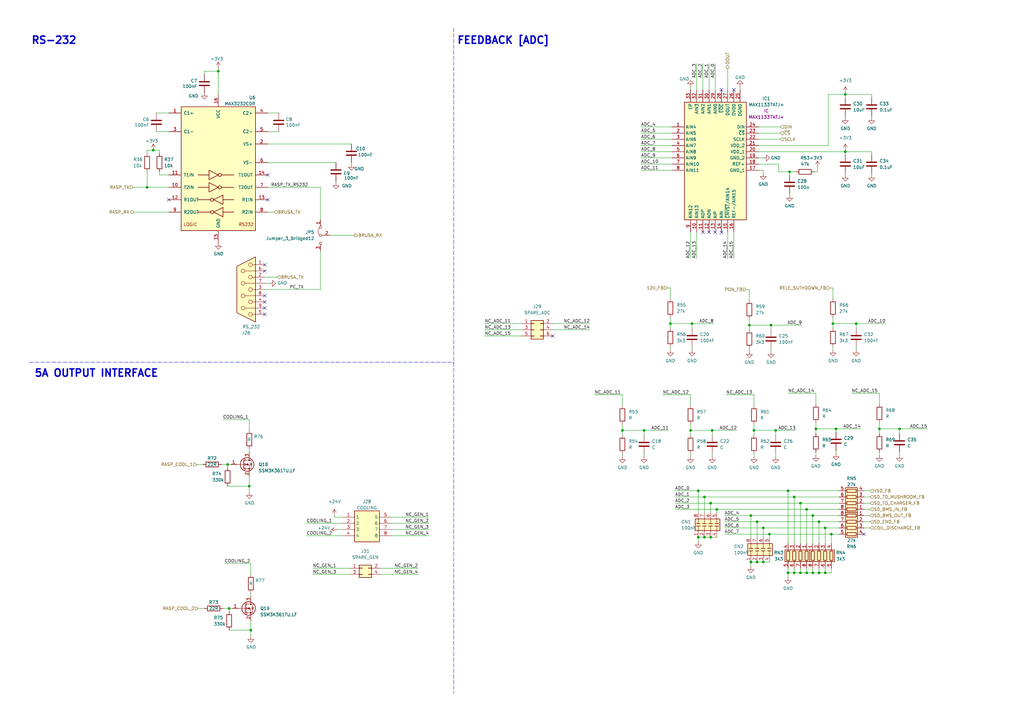
<source format=kicad_sch>
(kicad_sch (version 20211123) (generator eeschema)
  (paper "A3")
  (junction (at 335.915 234.95))
  (junction (at 62.865 61.595))
  (junction (at 274.955 132.715))
  (junction (at 307.34 133.35))
  (junction (at 264.16 176.53))
  (junction (at 346.71 38.735))
  (junction (at 340.995 219.075))
  (junction (at 333.375 211.455))
  (junction (at 315.595 219.075))
  (junction (at 102.235 199.39))
  (junction (at 328.295 234.95))
  (junction (at 328.295 206.375))
  (junction (at 333.375 234.95))
  (junction (at 288.925 203.835))
  (junction (at 323.85 70.485))
  (junction (at 325.755 234.95))
  (junction (at 292.1 176.53))
  (junction (at 334.645 175.895))
  (junction (at 313.055 216.535))
  (junction (at 368.935 175.895))
  (junction (at 323.215 234.95))
  (junction (at 93.98 249.555))
  (junction (at 291.465 206.375))
  (junction (at 283.21 176.53))
  (junction (at 310.515 230.505))
  (junction (at 335.915 213.995))
  (junction (at 330.835 208.915))
  (junction (at 360.68 175.895))
  (junction (at 89.535 29.21))
  (junction (at 346.71 62.23))
  (junction (at 307.975 230.505))
  (junction (at 313.055 230.505))
  (junction (at 307.975 211.455))
  (junction (at 283.845 132.715))
  (junction (at 294.005 208.915))
  (junction (at 318.135 176.53))
  (junction (at 102.87 258.445))
  (junction (at 288.925 220.345))
  (junction (at 338.455 216.535))
  (junction (at 325.755 203.835))
  (junction (at 330.835 234.95))
  (junction (at 316.23 133.35))
  (junction (at 310.515 213.995))
  (junction (at 323.215 201.295))
  (junction (at 338.455 234.95))
  (junction (at 60.325 76.835))
  (junction (at 342.9 175.895))
  (junction (at 286.385 220.345))
  (junction (at 286.385 201.295))
  (junction (at 291.465 220.345))
  (junction (at 93.345 190.5))
  (junction (at 309.245 176.53))
  (junction (at 351.155 132.715))
  (junction (at 255.27 176.53))
  (junction (at 341.63 132.715))
  (no_connect (at 295.91 36.83))
  (no_connect (at 108.585 121.285))
  (no_connect (at 300.99 36.83))
  (no_connect (at 290.83 95.25))
  (no_connect (at 226.695 137.795))
  (no_connect (at 108.585 108.585))
  (no_connect (at 69.215 81.915))
  (no_connect (at 293.37 95.25))
  (no_connect (at 354.33 219.075))
  (no_connect (at 288.29 95.25))
  (no_connect (at 295.91 95.25))
  (no_connect (at 108.585 128.905))
  (no_connect (at 109.855 71.755))
  (no_connect (at 109.855 81.915))
  (no_connect (at 108.585 126.365))
  (no_connect (at 108.585 123.825))
  (no_connect (at 108.585 111.125))
  (wire (pts (xy 286.385 220.345) (xy 286.385 222.25)))
  (polyline (pts (xy 12.065 148.59) (xy 186.055 148.59)))
  (wire (pts (xy 91.44 249.555) (xy 93.98 249.555)))
  (wire (pts (xy 334.645 175.895) (xy 342.9 175.895)))
  (wire (pts (xy 357.505 40.005) (xy 357.505 38.735)))
  (wire (pts (xy 328.295 206.375) (xy 328.295 222.885)))
  (wire (pts (xy 283.21 176.53) (xy 292.1 176.53)))
  (wire (pts (xy 341.63 132.715) (xy 341.63 134.62)))
  (wire (pts (xy 292.1 176.53) (xy 302.26 176.53)))
  (wire (pts (xy 310.515 213.995) (xy 335.915 213.995)))
  (wire (pts (xy 90.805 190.5) (xy 93.345 190.5)))
  (wire (pts (xy 357.505 63.5) (xy 357.505 62.23)))
  (wire (pts (xy 338.455 233.045) (xy 338.455 234.95)))
  (wire (pts (xy 291.465 206.375) (xy 291.465 210.185)))
  (wire (pts (xy 283.845 142.24) (xy 283.845 143.51)))
  (wire (pts (xy 368.935 175.895) (xy 380.365 175.895)))
  (wire (pts (xy 255.27 186.055) (xy 255.27 187.325)))
  (wire (pts (xy 300.99 95.25) (xy 300.99 106.045)))
  (wire (pts (xy 243.84 161.925) (xy 255.27 161.925)))
  (wire (pts (xy 360.68 175.895) (xy 368.935 175.895)))
  (wire (pts (xy 109.855 59.055) (xy 144.145 59.055)))
  (wire (pts (xy 309.245 176.53) (xy 309.245 178.435)))
  (wire (pts (xy 335.915 213.995) (xy 335.915 222.885)))
  (wire (pts (xy 288.29 26.035) (xy 288.29 36.83)))
  (wire (pts (xy 316.23 135.255) (xy 316.23 133.35)))
  (wire (pts (xy 323.85 70.485) (xy 319.405 70.485)))
  (wire (pts (xy 357.505 38.735) (xy 346.71 38.735)))
  (wire (pts (xy 83.82 30.48) (xy 83.82 29.21)))
  (wire (pts (xy 334.645 185.42) (xy 334.645 186.69)))
  (wire (pts (xy 283.21 95.25) (xy 283.21 106.045)))
  (wire (pts (xy 346.71 62.23) (xy 357.505 62.23)))
  (wire (pts (xy 340.995 219.075) (xy 344.17 219.075)))
  (wire (pts (xy 102.235 199.39) (xy 102.235 201.93)))
  (wire (pts (xy 286.385 201.295) (xy 323.215 201.295)))
  (wire (pts (xy 340.995 219.075) (xy 340.995 222.885)))
  (wire (pts (xy 346.71 47.625) (xy 346.71 48.26)))
  (wire (pts (xy 341.63 130.175) (xy 341.63 132.715)))
  (wire (pts (xy 276.86 201.295) (xy 286.385 201.295)))
  (wire (pts (xy 342.9 184.785) (xy 342.9 186.055)))
  (wire (pts (xy 255.27 176.53) (xy 264.16 176.53)))
  (wire (pts (xy 349.25 161.29) (xy 360.68 161.29)))
  (wire (pts (xy 62.865 61.595) (xy 65.405 61.595)))
  (wire (pts (xy 328.295 233.045) (xy 328.295 234.95)))
  (wire (pts (xy 92.075 231.14) (xy 102.87 231.14)))
  (wire (pts (xy 198.755 137.795) (xy 213.995 137.795)))
  (wire (pts (xy 309.245 161.925) (xy 309.245 166.37)))
  (wire (pts (xy 292.1 186.055) (xy 292.1 187.325)))
  (wire (pts (xy 346.71 71.12) (xy 346.71 71.755)))
  (wire (pts (xy 290.83 26.035) (xy 290.83 36.83)))
  (wire (pts (xy 354.33 203.835) (xy 356.87 203.835)))
  (wire (pts (xy 262.89 67.31) (xy 275.59 67.31)))
  (wire (pts (xy 262.89 54.61) (xy 275.59 54.61)))
  (wire (pts (xy 262.89 64.77) (xy 275.59 64.77)))
  (wire (pts (xy 171.45 235.585) (xy 156.21 235.585)))
  (wire (pts (xy 137.16 211.455) (xy 137.16 212.09)))
  (wire (pts (xy 323.215 201.295) (xy 323.215 222.885)))
  (wire (pts (xy 340.36 118.11) (xy 341.63 118.11)))
  (wire (pts (xy 311.15 59.69) (xy 339.725 59.69)))
  (wire (pts (xy 288.925 220.345) (xy 286.385 220.345)))
  (wire (pts (xy 283.21 35.56) (xy 283.21 36.83)))
  (wire (pts (xy 175.895 219.71) (xy 160.655 219.71)))
  (wire (pts (xy 93.345 190.5) (xy 94.615 190.5)))
  (wire (pts (xy 81.28 249.555) (xy 83.82 249.555)))
  (wire (pts (xy 60.325 61.595) (xy 60.325 62.865)))
  (wire (pts (xy 271.78 161.925) (xy 283.21 161.925)))
  (wire (pts (xy 276.86 203.835) (xy 288.925 203.835)))
  (wire (pts (xy 339.725 59.69) (xy 339.725 38.735)))
  (wire (pts (xy 109.855 53.975) (xy 114.3 53.975)))
  (wire (pts (xy 306.07 118.745) (xy 307.34 118.745)))
  (wire (pts (xy 276.86 206.375) (xy 291.465 206.375)))
  (wire (pts (xy 135.255 96.52) (xy 145.415 96.52)))
  (wire (pts (xy 291.465 206.375) (xy 328.295 206.375)))
  (wire (pts (xy 354.33 206.375) (xy 356.87 206.375)))
  (wire (pts (xy 360.68 185.42) (xy 360.68 186.69)))
  (wire (pts (xy 319.405 67.31) (xy 311.15 67.31)))
  (wire (pts (xy 330.835 208.915) (xy 330.835 222.885)))
  (wire (pts (xy 255.27 161.925) (xy 255.27 166.37)))
  (wire (pts (xy 241.935 132.715) (xy 226.695 132.715)))
  (wire (pts (xy 264.16 186.055) (xy 264.16 187.325)))
  (wire (pts (xy 313.055 230.505) (xy 310.515 230.505)))
  (wire (pts (xy 175.895 212.09) (xy 160.655 212.09)))
  (wire (pts (xy 114.3 46.355) (xy 109.855 46.355)))
  (wire (pts (xy 313.055 216.535) (xy 313.055 220.345)))
  (wire (pts (xy 334.645 161.29) (xy 334.645 165.735)))
  (wire (pts (xy 60.325 76.835) (xy 60.325 70.485)))
  (wire (pts (xy 354.33 213.995) (xy 356.87 213.995)))
  (wire (pts (xy 354.33 208.915) (xy 356.87 208.915)))
  (wire (pts (xy 262.89 59.69) (xy 275.59 59.69)))
  (wire (pts (xy 307.34 118.745) (xy 307.34 123.19)))
  (wire (pts (xy 354.33 211.455) (xy 356.87 211.455)))
  (wire (pts (xy 310.515 213.995) (xy 310.515 220.345)))
  (wire (pts (xy 323.215 233.045) (xy 323.215 234.95)))
  (wire (pts (xy 341.63 132.715) (xy 351.155 132.715)))
  (wire (pts (xy 344.17 216.535) (xy 338.455 216.535)))
  (wire (pts (xy 340.995 233.045) (xy 340.995 234.95)))
  (wire (pts (xy 255.27 173.99) (xy 255.27 176.53)))
  (wire (pts (xy 125.73 214.63) (xy 140.335 214.63)))
  (wire (pts (xy 323.85 70.485) (xy 323.85 71.755)))
  (wire (pts (xy 342.9 175.895) (xy 353.06 175.895)))
  (wire (pts (xy 102.87 243.205) (xy 102.87 244.475)))
  (wire (pts (xy 351.155 132.715) (xy 363.22 132.715)))
  (wire (pts (xy 328.295 234.95) (xy 325.755 234.95)))
  (wire (pts (xy 102.235 184.15) (xy 102.235 185.42)))
  (wire (pts (xy 297.18 219.075) (xy 315.595 219.075)))
  (wire (pts (xy 297.18 211.455) (xy 307.975 211.455)))
  (wire (pts (xy 346.71 62.23) (xy 346.71 63.5)))
  (wire (pts (xy 102.87 231.14) (xy 102.87 235.585)))
  (wire (pts (xy 341.63 118.11) (xy 341.63 122.555)))
  (wire (pts (xy 262.89 69.85) (xy 275.59 69.85)))
  (wire (pts (xy 138.43 217.17) (xy 140.335 217.17)))
  (wire (pts (xy 102.87 258.445) (xy 102.87 260.985)))
  (wire (pts (xy 311.15 52.07) (xy 320.04 52.07)))
  (wire (pts (xy 316.23 133.35) (xy 328.93 133.35)))
  (wire (pts (xy 93.345 191.77) (xy 93.345 190.5)))
  (wire (pts (xy 274.955 118.11) (xy 274.955 122.555)))
  (wire (pts (xy 175.895 214.63) (xy 160.655 214.63)))
  (wire (pts (xy 333.375 233.045) (xy 333.375 234.95)))
  (wire (pts (xy 323.215 161.29) (xy 334.645 161.29)))
  (wire (pts (xy 93.345 199.39) (xy 102.235 199.39)))
  (wire (pts (xy 274.955 142.24) (xy 274.955 143.51)))
  (wire (pts (xy 198.755 132.715) (xy 213.995 132.715)))
  (wire (pts (xy 335.915 233.045) (xy 335.915 234.95)))
  (wire (pts (xy 293.37 26.035) (xy 293.37 36.83)))
  (wire (pts (xy 294.005 208.915) (xy 330.835 208.915)))
  (wire (pts (xy 360.68 173.355) (xy 360.68 175.895)))
  (wire (pts (xy 89.535 29.21) (xy 89.535 38.735)))
  (wire (pts (xy 354.33 216.535) (xy 356.87 216.535)))
  (wire (pts (xy 339.725 38.735) (xy 346.71 38.735)))
  (wire (pts (xy 357.505 71.12) (xy 357.505 71.755)))
  (wire (pts (xy 144.145 66.675) (xy 144.145 67.31)))
  (wire (pts (xy 368.935 185.42) (xy 368.935 186.69)))
  (wire (pts (xy 54.61 86.995) (xy 69.215 86.995)))
  (wire (pts (xy 109.855 86.995) (xy 112.395 86.995)))
  (wire (pts (xy 333.375 211.455) (xy 333.375 222.885)))
  (wire (pts (xy 283.845 132.715) (xy 292.735 132.715)))
  (wire (pts (xy 351.155 134.62) (xy 351.155 132.715)))
  (wire (pts (xy 335.915 234.95) (xy 333.375 234.95)))
  (wire (pts (xy 311.15 62.23) (xy 346.71 62.23)))
  (wire (pts (xy 65.405 62.865) (xy 65.405 61.595)))
  (wire (pts (xy 307.34 130.81) (xy 307.34 133.35)))
  (wire (pts (xy 360.68 175.895) (xy 360.68 177.8)))
  (wire (pts (xy 297.18 213.995) (xy 310.515 213.995)))
  (wire (pts (xy 334.645 173.355) (xy 334.645 175.895)))
  (wire (pts (xy 309.245 176.53) (xy 318.135 176.53)))
  (wire (pts (xy 319.405 70.485) (xy 319.405 67.31)))
  (polyline (pts (xy 186.055 148.59) (xy 186.055 149.225)))
  (wire (pts (xy 125.73 219.71) (xy 140.335 219.71)))
  (wire (pts (xy 262.89 57.15) (xy 275.59 57.15)))
  (wire (pts (xy 335.28 70.485) (xy 335.28 68.58)))
  (wire (pts (xy 323.85 70.485) (xy 326.39 70.485)))
  (wire (pts (xy 313.055 216.535) (xy 338.455 216.535)))
  (polyline (pts (xy 186.055 11.43) (xy 186.055 284.48)))
  (wire (pts (xy 283.21 176.53) (xy 283.21 178.435)))
  (wire (pts (xy 93.98 258.445) (xy 102.87 258.445)))
  (wire (pts (xy 171.45 233.045) (xy 156.21 233.045)))
  (wire (pts (xy 89.535 27.94) (xy 89.535 29.21)))
  (wire (pts (xy 325.755 234.95) (xy 323.215 234.95)))
  (wire (pts (xy 307.34 133.35) (xy 316.23 133.35)))
  (wire (pts (xy 307.975 230.505) (xy 307.975 232.41)))
  (wire (pts (xy 93.98 249.555) (xy 95.25 249.555)))
  (wire (pts (xy 368.935 177.8) (xy 368.935 175.895)))
  (wire (pts (xy 291.465 220.345) (xy 288.925 220.345)))
  (wire (pts (xy 102.235 172.085) (xy 102.235 176.53)))
  (wire (pts (xy 307.975 211.455) (xy 333.375 211.455)))
  (wire (pts (xy 323.85 79.375) (xy 323.85 80.01)))
  (wire (pts (xy 91.44 172.085) (xy 102.235 172.085)))
  (wire (pts (xy 131.445 76.835) (xy 131.445 90.17)))
  (wire (pts (xy 338.455 234.95) (xy 335.915 234.95)))
  (wire (pts (xy 311.15 57.15) (xy 320.04 57.15)))
  (wire (pts (xy 264.16 176.53) (xy 274.32 176.53)))
  (wire (pts (xy 318.135 176.53) (xy 326.39 176.53)))
  (wire (pts (xy 333.375 234.95) (xy 330.835 234.95)))
  (wire (pts (xy 102.87 254.635) (xy 102.87 258.445)))
  (wire (pts (xy 344.17 201.295) (xy 323.215 201.295)))
  (wire (pts (xy 315.595 219.075) (xy 315.595 220.345)))
  (wire (pts (xy 346.71 38.735) (xy 346.71 40.005)))
  (wire (pts (xy 241.935 135.255) (xy 226.695 135.255)))
  (wire (pts (xy 198.755 135.255) (xy 213.995 135.255)))
  (wire (pts (xy 346.71 62.23) (xy 346.71 61.595)))
  (wire (pts (xy 137.795 74.295) (xy 137.795 74.93)))
  (wire (pts (xy 255.27 176.53) (xy 255.27 178.435)))
  (wire (pts (xy 283.845 134.62) (xy 283.845 132.715)))
  (wire (pts (xy 60.325 76.835) (xy 69.215 76.835)))
  (wire (pts (xy 330.835 233.045) (xy 330.835 234.95)))
  (wire (pts (xy 325.755 233.045) (xy 325.755 234.95)))
  (wire (pts (xy 83.82 29.21) (xy 89.535 29.21)))
  (wire (pts (xy 274.955 130.175) (xy 274.955 132.715)))
  (wire (pts (xy 285.75 26.035) (xy 285.75 36.83)))
  (wire (pts (xy 273.685 118.11) (xy 274.955 118.11)))
  (wire (pts (xy 309.245 173.99) (xy 309.245 176.53)))
  (wire (pts (xy 93.98 250.825) (xy 93.98 249.555)))
  (wire (pts (xy 283.21 161.925) (xy 283.21 166.37)))
  (wire (pts (xy 334.645 175.895) (xy 334.645 177.8)))
  (wire (pts (xy 65.405 71.755) (xy 65.405 70.485)))
  (wire (pts (xy 311.15 69.85) (xy 313.055 69.85)))
  (wire (pts (xy 292.1 178.435) (xy 292.1 176.53)))
  (wire (pts (xy 344.17 211.455) (xy 333.375 211.455)))
  (wire (pts (xy 274.955 132.715) (xy 283.845 132.715)))
  (wire (pts (xy 108.585 118.745) (xy 131.445 118.745)))
  (wire (pts (xy 323.215 234.95) (xy 323.215 236.855)))
  (wire (pts (xy 294.005 220.345) (xy 291.465 220.345)))
  (wire (pts (xy 288.925 203.835) (xy 288.925 210.185)))
  (wire (pts (xy 297.815 161.925) (xy 309.245 161.925)))
  (wire (pts (xy 310.515 230.505) (xy 307.975 230.505)))
  (wire (pts (xy 346.71 38.1) (xy 346.71 38.735)))
  (wire (pts (xy 341.63 142.24) (xy 341.63 143.51)))
  (wire (pts (xy 109.855 66.675) (xy 137.795 66.675)))
  (wire (pts (xy 64.135 53.975) (xy 69.215 53.975)))
  (wire (pts (xy 354.33 201.295) (xy 356.87 201.295)))
  (wire (pts (xy 340.995 234.95) (xy 338.455 234.95)))
  (wire (pts (xy 311.15 54.61) (xy 320.04 54.61)))
  (wire (pts (xy 344.17 203.835) (xy 325.755 203.835)))
  (wire (pts (xy 283.21 186.055) (xy 283.21 187.325)))
  (wire (pts (xy 131.445 102.87) (xy 131.445 118.745)))
  (wire (pts (xy 325.755 203.835) (xy 325.755 222.885)))
  (wire (pts (xy 316.23 142.875) (xy 316.23 144.145)))
  (wire (pts (xy 330.835 234.95) (xy 328.295 234.95)))
  (wire (pts (xy 80.645 190.5) (xy 83.185 190.5)))
  (wire (pts (xy 360.68 161.29) (xy 360.68 165.735)))
  (wire (pts (xy 54.61 76.835) (xy 60.325 76.835)))
  (wire (pts (xy 262.89 62.23) (xy 275.59 62.23)))
  (wire (pts (xy 128.27 235.585) (xy 143.51 235.585)))
  (wire (pts (xy 137.16 212.09) (xy 140.335 212.09)))
  (wire (pts (xy 344.17 213.995) (xy 335.915 213.995)))
  (wire (pts (xy 357.505 47.625) (xy 357.505 48.26)))
  (wire (pts (xy 286.385 210.185) (xy 286.385 201.295)))
  (wire (pts (xy 344.17 206.375) (xy 328.295 206.375)))
  (wire (pts (xy 108.585 116.205) (xy 110.49 116.205)))
  (wire (pts (xy 297.18 216.535) (xy 313.055 216.535)))
  (wire (pts (xy 264.16 178.435) (xy 264.16 176.53)))
  (wire (pts (xy 108.585 113.665) (xy 113.665 113.665)))
  (wire (pts (xy 318.135 186.055) (xy 318.135 187.325)))
  (wire (pts (xy 315.595 230.505) (xy 313.055 230.505)))
  (wire (pts (xy 283.21 173.99) (xy 283.21 176.53)))
  (wire (pts (xy 309.245 186.055) (xy 309.245 187.325)))
  (wire (pts (xy 128.27 233.045) (xy 143.51 233.045)))
  (wire (pts (xy 274.955 132.715) (xy 274.955 134.62)))
  (wire (pts (xy 342.9 177.165) (xy 342.9 175.895)))
  (wire (pts (xy 338.455 216.535) (xy 338.455 222.885)))
  (wire (pts (xy 298.45 95.25) (xy 298.45 106.045)))
  (wire (pts (xy 276.86 208.915) (xy 294.005 208.915)))
  (wire (pts (xy 313.055 71.12) (xy 313.055 69.85)))
  (wire (pts (xy 351.155 142.24) (xy 351.155 143.51)))
  (wire (pts (xy 60.325 61.595) (xy 62.865 61.595)))
  (wire (pts (xy 285.75 95.25) (xy 285.75 106.045)))
  (wire (pts (xy 307.34 142.875) (xy 307.34 144.145)))
  (wire (pts (xy 315.595 219.075) (xy 340.995 219.075)))
  (wire (pts (xy 311.15 64.77) (xy 313.055 64.77)))
  (wire (pts (xy 307.34 133.35) (xy 307.34 135.255)))
  (wire (pts (xy 294.005 208.915) (xy 294.005 210.185)))
  (wire (pts (xy 307.975 220.345) (xy 307.975 211.455)))
  (wire (pts (xy 303.53 35.56) (xy 303.53 36.83)))
  (wire (pts (xy 69.215 71.755) (xy 65.405 71.755)))
  (wire (pts (xy 175.895 217.17) (xy 160.655 217.17)))
  (wire (pts (xy 344.17 208.915) (xy 330.835 208.915)))
  (wire (pts (xy 109.855 76.835) (xy 131.445 76.835)))
  (wire (pts (xy 102.235 195.58) (xy 102.235 199.39)))
  (wire (pts (xy 288.925 203.835) (xy 325.755 203.835)))
  (wire (pts (xy 262.89 52.07) (xy 275.59 52.07)))
  (wire (pts (xy 318.135 178.435) (xy 318.135 176.53)))
  (wire (pts (xy 298.45 36.83) (xy 298.45 27.94)))
  (wire (pts (xy 334.01 70.485) (xy 335.28 70.485)))
  (wire (pts (xy 69.215 46.355) (xy 64.135 46.355)))
  (text "RS-232" (at 12.7 18.415 0) (effects (font (size 2.9972 2.9972) (thickness 0.5994) bold) (justify left bottom)))
  (text "5A OUTPUT INTERFACE\n" (at 13.97 154.94 0) (effects (font (size 2.9972 2.9972) (thickness 0.5994) bold) (justify left bottom)))
  (text "FEEDBACK [ADC]" (at 187.325 18.415 0) (effects (font (size 2.9972 2.9972) (thickness 0.5994) bold) (justify left bottom)))
  (label "NC_ADC_15" (at 198.755 137.795 0))
  (label "ADC_0" (at 293.37 26.035 270))
  (label "ADC_8" (at 292.735 132.715 180))
  (label "PC_TX" (at 118.745 118.745 0))
  (label "NC_ADC_12" (at 271.78 161.925 0))
  (label "RASP_TX_RS232" (at 111.125 76.835 0))
  (label "ADC_7" (at 297.18 219.075 0))
  (label "NC_ADC_15" (at 349.25 161.29 0))
  (label "ADC_6" (at 262.89 57.15 0))
  (label "NC_GEN_3" (at 175.895 217.17 180))
  (label "COOLING_2" (at 125.73 219.71 0))
  (label "ADC_7" (at 262.89 59.69 0))
  (label "ADC_10" (at 363.22 132.715 180))
  (label "NC_GEN_4" (at 175.895 219.71 180))
  (label "ADC_13" (at 285.75 106.045 90))
  (label "ADC_14" (at 298.45 106.045 90))
  (label "ADC_14" (at 353.06 175.895 180))
  (label "ADC_9" (at 262.89 64.77 0))
  (label "NC_ADC_11" (at 243.84 161.925 0))
  (label "ADC_12" (at 283.21 106.045 90))
  (label "ADC_1" (at 290.83 26.035 270))
  (label "COOLING_2" (at 92.075 231.14 0))
  (label "NC_GEN_1" (at 128.27 233.045 0))
  (label "ADC_2" (at 288.29 26.035 270))
  (label "NC_ADC_11" (at 198.755 132.715 0))
  (label "ADC_12" (at 302.26 176.53 180))
  (label "NC_GEN_3" (at 128.27 235.585 0))
  (label "ADC_13" (at 326.39 176.53 180))
  (label "NC_ADC_13" (at 297.815 161.925 0))
  (label "NC_GEN_4" (at 171.45 235.585 180))
  (label "ADC_10" (at 262.89 67.31 0))
  (label "NC_ADC_14" (at 241.935 135.255 180))
  (label "NC_ADC_12" (at 241.935 132.715 180))
  (label "ADC_5" (at 297.18 213.995 0))
  (label "ADC_15" (at 380.365 175.895 180))
  (label "ADC_0" (at 276.86 201.295 0))
  (label "NC_GEN_2" (at 175.895 214.63 180))
  (label "ADC_2" (at 276.86 206.375 0))
  (label "ADC_1" (at 276.86 203.835 0))
  (label "ADC_3" (at 276.86 208.915 0))
  (label "NC_ADC_13" (at 198.755 135.255 0))
  (label "ADC_8" (at 262.89 62.23 0))
  (label "ADC_3" (at 285.75 26.035 270))
  (label "ADC_6" (at 297.18 216.535 0))
  (label "ADC_4" (at 297.18 211.455 0))
  (label "NC_GEN_2" (at 171.45 233.045 180))
  (label "COOLING_1" (at 91.44 172.085 0))
  (label "NC_ADC_14" (at 323.215 161.29 0))
  (label "ADC_11" (at 262.89 69.85 0))
  (label "ADC_15" (at 300.99 106.045 90))
  (label "ADC_4" (at 262.89 52.07 0))
  (label "ADC_5" (at 262.89 54.61 0))
  (label "NC_GEN_1" (at 175.895 212.09 180))
  (label "COOLING_1" (at 125.73 214.63 0))
  (label "ADC_9" (at 328.93 133.35 180))
  (label "ADC_11" (at 274.32 176.53 180))
  (hierarchical_label "SD_TO_CHARGER_FB" (shape input) (at 356.87 206.375 0))
  (hierarchical_label "RASP_COOL_2" (shape input) (at 81.28 249.555 180))
  (hierarchical_label "BRUSA_RX" (shape output) (at 145.415 96.52 0))
  (hierarchical_label "BRUSA_TX" (shape input) (at 113.665 113.665 0))
  (hierarchical_label "SD_END_FB" (shape input) (at 356.87 213.995 0))
  (hierarchical_label "DOUT" (shape output) (at 298.45 27.94 90))
  (hierarchical_label "RELE_SUTHDOWN_FB" (shape input) (at 340.36 118.11 180))
  (hierarchical_label "~{CS}" (shape input) (at 320.04 54.61 0))
  (hierarchical_label "VSD_FB" (shape input) (at 356.87 201.295 0))
  (hierarchical_label "SCLK" (shape input) (at 320.04 57.15 0))
  (hierarchical_label "BRUSA_TX" (shape input) (at 112.395 86.995 0))
  (hierarchical_label "12V_FB" (shape input) (at 273.685 118.11 180))
  (hierarchical_label "DIN" (shape input) (at 320.04 52.07 0))
  (hierarchical_label "SD_TO_MUSHROOM_FB" (shape input) (at 356.87 203.835 0))
  (hierarchical_label "SD_BMS_OUT_FB" (shape input) (at 356.87 211.455 0))
  (hierarchical_label "RASP_RX" (shape output) (at 54.61 86.995 180))
  (hierarchical_label "SD_BMS_IN_FB" (shape input) (at 356.87 208.915 0))
  (hierarchical_label "PON_FB" (shape input) (at 306.07 118.745 180))
  (hierarchical_label "RASP_TX" (shape input) (at 54.61 76.835 180))
  (hierarchical_label "COIL_DISCHARGE_FB" (shape input) (at 356.87 216.535 0))
  (hierarchical_label "RASP_COOL_1" (shape input) (at 80.645 190.5 180))
  (symbol (lib_id "power:GND") (at 368.935 186.69 0) (unit 1)
    (property "Reference" "#PWR0131" (effects hide))
    (property "Value" "GND" (at 368.935 191.135 0))
  )
  (symbol (lib_id "Device:R") (at 274.955 138.43 180) (unit 1)
    (property "Reference" "R56" (at 277.495 137.1599 0) (effects (justify right)))
    (property "Value" "3k3" (at 277.495 139.6999 0) (effects (justify right)))
    (property "Footprint" "Resistor_SMD:R_0603_1608Metric" (effects hide))
  )
  (symbol (lib_id "Device:C") (at 323.85 75.565 0) (unit 1)
    (property "Reference" "C28" (at 327.025 74.295 0) (effects (justify left)))
    (property "Value" "100n" (at 327.025 76.835 0) (effects (justify left)))
    (property "Footprint" "Resistor_SMD:R_0603_1608Metric" (effects hide))
  )
  (symbol (lib_id "Device:C") (at 283.845 138.43 0) (unit 1)
    (property "Reference" "C20" (at 287.02 137.16 0) (effects (justify left)))
    (property "Value" "100nF" (at 287.02 139.7 0) (effects (justify left)))
    (property "Footprint" "Resistor_SMD:R_0603_1608Metric" (effects hide))
  )
  (symbol (lib_id "power:+3V3") (at 335.28 68.58 0) (unit 1)
    (property "Reference" "#PWR0154" (effects hide))
    (property "Value" "+3V3" (at 334.645 64.77 0))
  )
  (symbol (lib_id "Device:C") (at 316.23 139.065 0) (unit 1)
    (property "Reference" "C25" (at 319.405 137.795 0) (effects (justify left)))
    (property "Value" "100nF" (at 319.405 140.335 0) (effects (justify left)))
    (property "Footprint" "Resistor_SMD:R_0603_1608Metric" (effects hide))
  )
  (symbol (lib_id "power:+3V3") (at 346.71 38.1 0) (unit 1)
    (property "Reference" "#PWR0156" (effects hide))
    (property "Value" "+3V3" (at 346.71 33.02 0))
  )
  (symbol (lib_id "Device:C") (at 342.9 180.975 0) (unit 1)
    (property "Reference" "C29" (at 346.075 179.705 0) (effects (justify left)))
    (property "Value" "C" (at 346.075 182.245 0) (effects (justify left)))
    (property "Footprint" "Resistor_SMD:R_0805_2012Metric" (effects hide))
  )
  (symbol (lib_id "Connector_Generic:Conn_02x03_Odd_Even") (at 219.075 135.255 0) (unit 1)
    (property "Reference" "J29" (at 220.345 125.73 0))
    (property "Value" "SPARE_ADC" (at 220.345 128.27 0))
    (property "Footprint" "Connector_Molex:Molex_Micro-Fit_3.0_43045-0612_2x03_P3.00mm_Vertical" (effects hide))
  )
  (symbol (lib_id "power:GND") (at 283.21 35.56 180) (unit 1)
    (property "Reference" "#PWR0146" (effects hide))
    (property "Value" "GND" (at 280.67 32.385 0))
  )
  (symbol (lib_id "00_proj-lib:MAX11337ATJ+") (at 275.59 52.07 0) (unit 1)
    (property "Reference" "IC1" (at 314.325 40.4112 0))
    (property "Value" "MAX11337ATJ+" (at 314.325 42.9512 0))
    (property "Footprint" "00_proj-lib:QFN50P500X500X80-33N" (effects hide))
    (property "Datasheet" "https://datasheets.maximintegrated.com/en/ds/MAX11335-MAX11340.pdf" (effects hide))
    (property "Reference_1" "IC" (at 314.325 45.4912 0))
    (property "Value_1" "MAX11337ATJ+" (at 314.325 48.0312 0))
    (property "Footprint_1" "QFN50P500X500X80-33N" (effects hide))
    (property "Height" "0.8" (effects hide))
    (property "Mouser Part Number" "700-MAX11337ATJ+" (effects hide))
    (property "Mouser Price/Stock" "https://www.mouser.co.uk/ProductDetail/Maxim-Integrated/MAX11337ATJ%2b?qs=pu0pc1ys7QqkCGbvlrZL5A%3D%3D" (effects hide))
    (property "Manufacturer_Name" "Analog Devices" (effects hide))
    (property "Manufacturer_Part_Number" "MAX11337ATJ+" (effects hide))
  )
  (symbol (lib_id "Device:C") (at 357.505 67.31 0) (unit 1)
    (property "Reference" "C34" (at 360.68 66.04 0) (effects (justify left)))
    (property "Value" "0.1uF" (at 360.68 68.58 0) (effects (justify left)))
    (property "Footprint" "Resistor_SMD:R_0603_1608Metric" (effects hide))
  )
  (symbol (lib_id "Device:R") (at 283.21 170.18 180) (unit 1)
    (property "Reference" "R57" (at 285.75 168.9099 0) (effects (justify right)))
    (property "Value" "R" (at 285.75 171.4499 0) (effects (justify right)))
    (property "Footprint" "Resistor_SMD:R_0805_2012Metric" (effects hide))
  )
  (symbol (lib_id "Device:R") (at 102.87 239.395 180) (unit 1)
    (property "Reference" "R77" (at 106.68 238.125 0))
    (property "Value" "R" (at 102.87 239.395 0))
    (property "Footprint" "Resistor_SMD:R_0805_2012Metric" (effects hide))
  )
  (symbol (lib_id "power:GND") (at 346.71 71.755 0) (unit 1)
    (property "Reference" "#PWR0161" (effects hide))
    (property "Value" "GND" (at 346.71 76.2 0))
  )
  (symbol (lib_id "power:+3V3") (at 62.865 61.595 0) (unit 1)
    (property "Reference" "#PWR0150" (effects hide))
    (property "Value" "+3V3" (at 62.23 57.785 0))
  )
  (symbol (lib_id "Device:R") (at 274.955 126.365 180) (unit 1)
    (property "Reference" "R55" (at 277.495 125.0949 0) (effects (justify right)))
    (property "Value" "27k" (at 277.495 127.6349 0) (effects (justify right)))
    (property "Footprint" "Resistor_SMD:R_0603_1608Metric" (effects hide))
  )
  (symbol (lib_id "Device:C") (at 114.3 50.165 0) (unit 1)
    (property "Reference" "C8" (at 117.221 48.9966 0) (effects (justify left)))
    (property "Value" "100nF" (at 117.221 51.308 0) (effects (justify left)))
    (property "Footprint" "Resistor_SMD:R_0603_1608Metric" (effects hide))
  )
  (symbol (lib_id "power:GND") (at 313.055 64.77 90) (unit 1)
    (property "Reference" "#PWR0153" (effects hide))
    (property "Value" "GND" (at 318.135 64.77 90))
  )
  (symbol (lib_id "Device:R") (at 307.34 139.065 180) (unit 1)
    (property "Reference" "R60" (at 309.88 137.7949 0) (effects (justify right)))
    (property "Value" "3k3" (at 309.88 140.3349 0) (effects (justify right)))
    (property "Footprint" "Resistor_SMD:R_0603_1608Metric" (effects hide))
  )
  (symbol (lib_id "Device:R") (at 283.21 182.245 180) (unit 1)
    (property "Reference" "R58" (at 285.75 180.9749 0) (effects (justify right)))
    (property "Value" "R" (at 285.75 183.5149 0) (effects (justify right)))
    (property "Footprint" "Resistor_SMD:R_0805_2012Metric" (effects hide))
  )
  (symbol (lib_id "power:GND") (at 110.49 116.205 90) (unit 1)
    (property "Reference" "#PWR080" (effects hide))
    (property "Value" "GND" (at 113.7412 116.078 90) (effects (justify right)))
  )
  (symbol (lib_id "power:GND") (at 342.9 186.055 0) (unit 1)
    (property "Reference" "#PWR0133" (effects hide))
    (property "Value" "GND" (at 342.9 190.5 0))
  )
  (symbol (lib_id "Device:C") (at 368.935 181.61 0) (unit 1)
    (property "Reference" "C35" (at 372.11 180.34 0) (effects (justify left)))
    (property "Value" "C" (at 372.11 182.88 0) (effects (justify left)))
    (property "Footprint" "Resistor_SMD:R_0805_2012Metric" (effects hide))
  )
  (symbol (lib_id "Device:R") (at 341.63 126.365 180) (unit 1)
    (property "Reference" "R66" (at 344.17 125.0949 0) (effects (justify right)))
    (property "Value" "27k" (at 344.17 127.6349 0) (effects (justify right)))
    (property "Footprint" "Resistor_SMD:R_0603_1608Metric" (effects hide))
  )
  (symbol (lib_id "Device:R") (at 65.405 66.675 0) (unit 1)
    (property "Reference" "R37" (at 67.31 65.405 0) (effects (justify left)))
    (property "Value" "10k" (at 67.31 67.945 0) (effects (justify left)))
    (property "Footprint" "Resistor_SMD:R_0603_1608Metric" (effects hide))
  )
  (symbol (lib_id "power:GND") (at 360.68 186.69 0) (unit 1)
    (property "Reference" "#PWR0132" (effects hide))
    (property "Value" "GND" (at 360.68 191.135 0))
  )
  (symbol (lib_id "power:GND") (at 309.245 187.325 0) (unit 1)
    (property "Reference" "#PWR0142" (effects hide))
    (property "Value" "GND" (at 309.245 191.77 0))
  )
  (symbol (lib_id "power:+3V3") (at 89.535 27.94 0) (unit 1)
    (property "Reference" "#PWR0149" (effects hide))
    (property "Value" "+3V3" (at 88.9 24.13 0))
  )
  (symbol (lib_id "power:GND") (at 307.975 232.41 0) (unit 1)
    (property "Reference" "#PWR0137" (effects hide))
    (property "Value" "GND" (at 307.975 236.855 0))
  )
  (symbol (lib_id "Device:R_Pack04") (at 338.455 227.965 0) (mirror x) (unit 1)
    (property "Reference" "RN4" (at 344.805 226.695 0))
    (property "Value" "3k3" (at 344.805 229.235 0))
    (property "Footprint" "Resistor_SMD:R_Array_Convex_4x0603" (effects hide))
  )
  (symbol (lib_id "Device:C") (at 346.71 67.31 0) (unit 1)
    (property "Reference" "C31" (at 349.885 66.04 0) (effects (justify left)))
    (property "Value" "10uF" (at 349.885 68.58 0) (effects (justify left)))
    (property "Footprint" "Resistor_SMD:R_0603_1608Metric" (effects hide))
  )
  (symbol (lib_id "power:GND") (at 283.21 187.325 0) (unit 1)
    (property "Reference" "#PWR0165" (effects hide))
    (property "Value" "GND" (at 283.21 191.77 0))
  )
  (symbol (lib_id "power:GND") (at 102.87 260.985 0) (unit 1)
    (property "Reference" "#PWR0170" (effects hide))
    (property "Value" "GND" (at 102.997 265.3792 0))
  )
  (symbol (lib_id "Device:Q_NMOS_GSD") (at 99.695 190.5 0) (unit 1)
    (property "Reference" "Q18" (at 106.045 190.5 0) (effects (justify left)))
    (property "Value" "SSM3K361TU,LF" (at 106.045 193.04 0) (effects (justify left)))
    (property "Footprint" "00_proj-lib:SOTFL65P210X75-3N" (effects hide))
    (property "Datasheet" "https://www.mouser.co.uk/ProductDetail/Toshiba/SSM3K361TULF?qs=r5DSvlrkXmLO9ymRQhnt0A%3D%3D" (effects hide))
    (property "Height" "0.75" (effects hide))
    (property "Mouser Part Number" "757-SSM3K361TULF" (effects hide))
    (property "Mouser Price/Stock" "https://www.mouser.co.uk/ProductDetail/Toshiba/SSM3K361TULF?qs=r5DSvlrkXmLO9ymRQhnt0A%3D%3D" (effects hide))
    (property "Manufacturer_Name" "Toshiba" (effects hide))
    (property "Manufacturer_Part_Number" "SSM3K361TU,LF" (effects hide))
  )
  (symbol (lib_id "Device:C") (at 357.505 43.815 0) (unit 1)
    (property "Reference" "C33" (at 360.68 42.545 0) (effects (justify left)))
    (property "Value" "0.1uF" (at 360.68 45.085 0) (effects (justify left)))
    (property "Footprint" "Resistor_SMD:R_0603_1608Metric" (effects hide))
  )
  (symbol (lib_id "Device:R") (at 255.27 182.245 180) (unit 1)
    (property "Reference" "R54" (at 257.81 180.9749 0) (effects (justify right)))
    (property "Value" "R" (at 257.81 183.5149 0) (effects (justify right)))
    (property "Footprint" "Resistor_SMD:R_0805_2012Metric" (effects hide))
  )
  (symbol (lib_id "Device:C") (at 64.135 50.165 0) (mirror y) (unit 1)
    (property "Reference" "C6" (at 61.214 48.9966 0) (effects (justify left)))
    (property "Value" "100nF" (at 61.214 51.308 0) (effects (justify left)))
    (property "Footprint" "Resistor_SMD:R_0603_1608Metric" (effects hide))
  )
  (symbol (lib_id "Device:C") (at 346.71 43.815 0) (unit 1)
    (property "Reference" "C30" (at 349.885 42.545 0) (effects (justify left)))
    (property "Value" "10uF" (at 349.885 45.085 0) (effects (justify left)))
    (property "Footprint" "Resistor_SMD:R_0603_1608Metric" (effects hide))
  )
  (symbol (lib_id "power:GND") (at 286.385 222.25 0) (unit 1)
    (property "Reference" "#PWR0140" (effects hide))
    (property "Value" "GND" (at 286.385 226.695 0))
  )
  (symbol (lib_id "Device:R") (at 93.98 254.635 0) (unit 1)
    (property "Reference" "R75" (at 87.63 253.365 0) (effects (justify left)))
    (property "Value" "330k" (at 87.63 255.905 0) (effects (justify left)))
    (property "Footprint" "Resistor_SMD:R_0603_1608Metric" (effects hide))
  )
  (symbol (lib_id "power:GND") (at 313.055 71.12 0) (unit 1)
    (property "Reference" "#PWR0155" (effects hide))
    (property "Value" "GND" (at 313.055 75.565 0))
  )
  (symbol (lib_id "Device:C") (at 83.82 34.29 0) (mirror y) (unit 1)
    (property "Reference" "C7" (at 80.899 33.1216 0) (effects (justify left)))
    (property "Value" "100nF" (at 80.899 35.433 0) (effects (justify left)))
    (property "Footprint" "Resistor_SMD:R_0603_1608Metric" (effects hide))
  )
  (symbol (lib_id "power:GND") (at 334.645 186.69 0) (unit 1)
    (property "Reference" "#PWR0138" (effects hide))
    (property "Value" "GND" (at 334.645 191.135 0))
  )
  (symbol (lib_id "Device:R") (at 86.995 190.5 270) (unit 1)
    (property "Reference" "R72" (at 86.995 187.96 90))
    (property "Value" "22R" (at 86.995 190.5 90))
    (property "Footprint" "Resistor_SMD:R_0603_1608Metric" (effects hide))
  )
  (symbol (lib_id "power:GND") (at 318.135 187.325 0) (unit 1)
    (property "Reference" "#PWR0139" (effects hide))
    (property "Value" "GND" (at 318.135 191.77 0))
  )
  (symbol (lib_id "power:GND") (at 323.85 80.01 0) (unit 1)
    (property "Reference" "#PWR0164" (effects hide))
    (property "Value" "GND" (at 323.85 84.455 0))
  )
  (symbol (lib_id "Device:R") (at 330.2 70.485 270) (unit 1)
    (property "Reference" "R63" (at 330.2 64.77 90))
    (property "Value" "47k" (at 330.2 67.31 90))
    (property "Footprint" "Resistor_SMD:R_0603_1608Metric" (effects hide))
  )
  (symbol (lib_id "Device:R_Pack04") (at 325.755 227.965 180) (unit 1)
    (property "Reference" "RN3" (at 319.405 226.695 0))
    (property "Value" "3k3" (at 319.405 229.235 0))
    (property "Footprint" "Resistor_SMD:R_Array_Convex_4x0603" (effects hide))
  )
  (symbol (lib_id "Jumper:Jumper_3_Bridged12") (at 131.445 96.52 90) (mirror x) (unit 1)
    (property "Reference" "JP5" (at 128.905 95.2499 90) (effects (justify left)))
    (property "Value" "Jumper_3_Bridged12" (at 128.905 97.7899 90) (effects (justify left)))
    (property "Footprint" "Connector_PinHeader_2.54mm:PinHeader_1x03_P2.54mm_Vertical" (effects hide))
  )
  (symbol (lib_id "power:GND") (at 283.845 143.51 0) (unit 1)
    (property "Reference" "#PWR0163" (effects hide))
    (property "Value" "GND" (at 283.845 147.955 0))
  )
  (symbol (lib_id "Device:R") (at 255.27 170.18 180) (unit 1)
    (property "Reference" "R53" (at 257.81 168.9099 0) (effects (justify right)))
    (property "Value" "R" (at 257.81 171.4499 0) (effects (justify right)))
    (property "Footprint" "Resistor_SMD:R_0805_2012Metric" (effects hide))
  )
  (symbol (lib_id "Device:R") (at 307.34 127 180) (unit 1)
    (property "Reference" "R59" (at 309.88 125.7299 0) (effects (justify right)))
    (property "Value" "27k" (at 309.88 128.2699 0) (effects (justify right)))
    (property "Footprint" "Resistor_SMD:R_0603_1608Metric" (effects hide))
  )
  (symbol (lib_id "Device:C") (at 264.16 182.245 0) (unit 1)
    (property "Reference" "C18" (at 267.335 180.975 0) (effects (justify left)))
    (property "Value" "C" (at 267.335 183.515 0) (effects (justify left)))
    (property "Footprint" "Resistor_SMD:R_0805_2012Metric" (effects hide))
  )
  (symbol (lib_id "Device:C") (at 144.145 62.865 0) (mirror y) (unit 1)
    (property "Reference" "C10" (at 147.955 60.96 0))
    (property "Value" "100nF" (at 149.86 63.5 0))
    (property "Footprint" "Resistor_SMD:R_0603_1608Metric" (effects hide))
  )
  (symbol (lib_id "Device:Q_NMOS_GSD") (at 100.33 249.555 0) (unit 1)
    (property "Reference" "Q19" (at 106.68 249.555 0) (effects (justify left)))
    (property "Value" "SSM3K361TU,LF" (at 106.68 252.095 0) (effects (justify left)))
    (property "Footprint" "00_proj-lib:SOTFL65P210X75-3N" (effects hide))
    (property "Height" "0.75" (effects hide))
    (property "Mouser Part Number" "757-SSM3K361TULF" (effects hide))
    (property "Mouser Price/Stock" "https://www.mouser.co.uk/ProductDetail/Toshiba/SSM3K361TULF?qs=r5DSvlrkXmLO9ymRQhnt0A%3D%3D" (effects hide))
    (property "Manufacturer_Name" "Toshiba" (effects hide))
    (property "Manufacturer_Part_Number" "SSM3K361TU,LF" (effects hide))
  )
  (symbol (lib_id "Device:R") (at 93.345 195.58 0) (unit 1)
    (property "Reference" "R74" (at 86.995 194.31 0) (effects (justify left)))
    (property "Value" "330k" (at 86.995 196.85 0) (effects (justify left)))
    (property "Footprint" "Resistor_SMD:R_0603_1608Metric" (effects hide))
  )
  (symbol (lib_id "Device:R") (at 309.245 182.245 180) (unit 1)
    (property "Reference" "R62" (at 311.785 180.9749 0) (effects (justify right)))
    (property "Value" "R" (at 311.785 183.5149 0) (effects (justify right)))
    (property "Footprint" "Resistor_SMD:R_0805_2012Metric" (effects hide))
  )
  (symbol (lib_id "Device:R") (at 334.645 181.61 180) (unit 1)
    (property "Reference" "R65" (at 337.185 180.3399 0) (effects (justify right)))
    (property "Value" "R" (at 337.185 182.8799 0) (effects (justify right)))
    (property "Footprint" "Resistor_SMD:R_0805_2012Metric" (effects hide))
  )
  (symbol (lib_id "power:GND") (at 303.53 35.56 180) (unit 1)
    (property "Reference" "#PWR0147" (effects hide))
    (property "Value" "GND" (at 303.53 31.75 0))
  )
  (symbol (lib_id "Interface_UART:MAX3232") (at 89.535 69.215 0) (unit 1)
    (property "Reference" "U6" (at 103.505 40.005 0))
    (property "Value" "MAX3232CDR" (at 98.425 42.545 0))
    (property "Footprint" "Package_SO:SOIC-16_3.9x9.9mm_P1.27mm" (effects hide))
    (property "Datasheet" "datasheets/max3222-max3241.pdf" (effects hide))
  )
  (symbol (lib_id "power:GND") (at 341.63 143.51 0) (unit 1)
    (property "Reference" "#PWR0135" (effects hide))
    (property "Value" "GND" (at 341.63 147.955 0))
  )
  (symbol (lib_id "Device:C") (at 137.795 70.485 0) (mirror y) (unit 1)
    (property "Reference" "C9" (at 142.24 71.12 0))
    (property "Value" "100nF" (at 144.145 73.025 0))
    (property "Footprint" "Resistor_SMD:R_0603_1608Metric" (effects hide))
  )
  (symbol (lib_id "Device:R_Pack04") (at 349.25 203.835 90) (unit 1)
    (property "Reference" "RN5" (at 349.25 196.215 90))
    (property "Value" "27k" (at 349.25 198.755 90))
    (property "Footprint" "Resistor_SMD:R_Array_Convex_4x0603" (effects hide))
  )
  (symbol (lib_id "power:GND") (at 346.71 48.26 0) (unit 1)
    (property "Reference" "#PWR0158" (effects hide))
    (property "Value" "GND" (at 346.71 52.705 0))
  )
  (symbol (lib_id "Device:R") (at 334.645 169.545 180) (unit 1)
    (property "Reference" "R64" (at 337.185 168.2749 0) (effects (justify right)))
    (property "Value" "R" (at 337.185 170.8149 0) (effects (justify right)))
    (property "Footprint" "Resistor_SMD:R_0805_2012Metric" (effects hide))
  )
  (symbol (lib_id "Device:R") (at 341.63 138.43 180) (unit 1)
    (property "Reference" "R67" (at 344.17 137.1599 0) (effects (justify right)))
    (property "Value" "3k3" (at 344.17 139.6999 0) (effects (justify right)))
    (property "Footprint" "Resistor_SMD:R_0603_1608Metric" (effects hide))
  )
  (symbol (lib_id "00_proj-lib:1-776279-1") (at 140.335 212.09 0) (unit 1)
    (property "Reference" "J28" (at 150.495 205.74 0))
    (property "Value" "COOLING" (at 150.495 208.28 0))
    (property "Footprint" "Eagle_Connectors:17762791" (effects hide))
    (property "Datasheet" "https://www.mouser.co.uk/ProductDetail/TE-Connectivity/1-776279-1?qs=tLAa1RwIH6fAW8GUe6Xfuw%3D%3D" (effects hide))
    (property "Height" "32.1" (effects hide))
    (property "Mouser Part Number" "571-1-776279-1" (effects hide))
    (property "Manufacturer_Name" "TE Connectivity" (effects hide))
    (property "Manufacturer_Part_Number" "1-776279-1" (effects hide))
  )
  (symbol (lib_id "Device:R") (at 360.68 169.545 180) (unit 1)
    (property "Reference" "R68" (at 363.22 168.2749 0) (effects (justify right)))
    (property "Value" "R" (at 363.22 170.8149 0) (effects (justify right)))
    (property "Footprint" "Resistor_SMD:R_0805_2012Metric" (effects hide))
  )
  (symbol (lib_id "power:GND") (at 316.23 144.145 0) (unit 1)
    (property "Reference" "#PWR0144" (effects hide))
    (property "Value" "GND" (at 316.23 148.59 0))
  )
  (symbol (lib_id "Device:R") (at 309.245 170.18 180) (unit 1)
    (property "Reference" "R61" (at 311.785 168.9099 0) (effects (justify right)))
    (property "Value" "R" (at 311.785 171.4499 0) (effects (justify right)))
    (property "Footprint" "Resistor_SMD:R_0805_2012Metric" (effects hide))
  )
  (symbol (lib_id "power:GND") (at 264.16 187.325 0) (unit 1)
    (property "Reference" "#PWR0167" (effects hide))
    (property "Value" "GND" (at 264.16 191.77 0))
  )
  (symbol (lib_id "power:GND") (at 357.505 71.755 0) (unit 1)
    (property "Reference" "#PWR0160" (effects hide))
    (property "Value" "GND" (at 357.505 76.2 0))
  )
  (symbol (lib_id "Eagle_Main:C_Pack04") (at 291.465 215.265 0) (unit 1)
    (property "Reference" "CN1" (at 279.4 213.995 0) (effects (justify left)))
    (property "Value" "100nF" (at 279.4 216.535 0) (effects (justify left)))
    (property "Footprint" "Resistor_SMD:R_Array_Concave_4x0603" (effects hide))
    (property "Datasheet" "https://www.mouser.it/datasheet/2/40/CapArray-3161948.pdf" (effects hide))
    (property "Mouser" "581-W3A4YC104KAT2A" (effects hide))
  )
  (symbol (lib_id "power:GND") (at 274.955 143.51 0) (unit 1)
    (property "Reference" "#PWR0162" (effects hide))
    (property "Value" "GND" (at 274.955 147.955 0))
  )
  (symbol (lib_id "power:+24V") (at 138.43 217.17 90) (unit 1)
    (property "Reference" "#PWR0151" (effects hide))
    (property "Value" "+24V" (at 130.175 216.535 90) (effects (justify right)))
  )
  (symbol (lib_id "Device:R_Pack04") (at 349.25 216.535 90) (mirror x) (unit 1)
    (property "Reference" "RN6" (at 349.25 224.155 90))
    (property "Value" "27k" (at 349.25 221.615 90))
    (property "Footprint" "Resistor_SMD:R_Array_Convex_4x0603" (effects hide))
  )
  (symbol (lib_id "power:GND") (at 292.1 187.325 0) (unit 1)
    (property "Reference" "#PWR0143" (effects hide))
    (property "Value" "GND" (at 292.1 191.77 0))
  )
  (symbol (lib_id "Device:R") (at 87.63 249.555 270) (unit 1)
    (property "Reference" "R73" (at 87.63 247.015 90))
    (property "Value" "22R" (at 87.63 249.555 90))
    (property "Footprint" "Resistor_SMD:R_0603_1608Metric" (effects hide))
  )
  (symbol (lib_id "power:GND") (at 83.82 38.1 0) (unit 1)
    (property "Reference" "#PWR077" (effects hide))
    (property "Value" "GND" (at 79.375 39.37 0))
  )
  (symbol (lib_id "power:GND") (at 351.155 143.51 0) (unit 1)
    (property "Reference" "#PWR0134" (effects hide))
    (property "Value" "GND" (at 351.155 147.955 0))
  )
  (symbol (lib_id "power:+24V") (at 137.16 211.455 0) (unit 1)
    (property "Reference" "#PWR0152" (effects hide))
    (property "Value" "+24V" (at 137.16 205.74 0))
  )
  (symbol (lib_id "power:GND") (at 307.34 144.145 0) (unit 1)
    (property "Reference" "#PWR0145" (effects hide))
    (property "Value" "GND" (at 307.34 148.59 0))
  )
  (symbol (lib_id "Device:R") (at 360.68 181.61 180) (unit 1)
    (property "Reference" "R69" (at 363.22 180.3399 0) (effects (justify right)))
    (property "Value" "R" (at 363.22 182.8799 0) (effects (justify right)))
    (property "Footprint" "Resistor_SMD:R_0805_2012Metric" (effects hide))
  )
  (symbol (lib_id "power:+3V3") (at 346.71 61.595 0) (unit 1)
    (property "Reference" "#PWR0157" (effects hide))
    (property "Value" "+3V3" (at 346.71 56.515 0))
  )
  (symbol (lib_id "Device:R") (at 102.235 180.34 180) (unit 1)
    (property "Reference" "R76" (at 106.045 179.07 0))
    (property "Value" "R" (at 102.235 180.34 0))
    (property "Footprint" "Resistor_SMD:R_0805_2012Metric" (effects hide))
  )
  (symbol (lib_id "power:GND") (at 323.215 236.855 0) (unit 1)
    (property "Reference" "#PWR0136" (effects hide))
    (property "Value" "GND" (at 323.215 241.3 0))
  )
  (symbol (lib_id "Device:C") (at 318.135 182.245 0) (unit 1)
    (property "Reference" "C26" (at 321.31 180.975 0) (effects (justify left)))
    (property "Value" "C" (at 321.31 183.515 0) (effects (justify left)))
    (property "Footprint" "Resistor_SMD:R_0805_2012Metric" (effects hide))
  )
  (symbol (lib_id "Eagle_Main:C_Pack04") (at 313.055 225.425 0) (unit 1)
    (property "Reference" "CN2" (at 300.99 224.155 0) (effects (justify left)))
    (property "Value" "100nF" (at 300.99 226.695 0) (effects (justify left)))
    (property "Footprint" "Resistor_SMD:R_Array_Concave_4x0603" (effects hide))
    (property "Datasheet" "https://www.mouser.it/datasheet/2/40/CapArray-3161948.pdf" (effects hide))
    (property "Mouser" "581-W3A4YC104KAT2A" (effects hide))
  )
  (symbol (lib_id "Connector_Generic:Conn_02x02_Odd_Even") (at 148.59 233.045 0) (unit 1)
    (property "Reference" "J31" (at 149.86 226.06 0))
    (property "Value" "SPARE_GEN" (at 149.86 228.6 0))
    (property "Footprint" "Connector_Molex:Molex_Micro-Fit_3.0_43045-0412_2x02_P3.00mm_Vertical" (effects hide))
  )
  (symbol (lib_id "Device:R") (at 60.325 66.675 0) (unit 1)
    (property "Reference" "R36" (at 54.61 65.405 0) (effects (justify left)))
    (property "Value" "10k" (at 54.61 67.945 0) (effects (justify left)))
    (property "Footprint" "Resistor_SMD:R_0603_1608Metric" (effects hide))
  )
  (symbol (lib_id "power:GND") (at 137.795 74.93 0) (unit 1)
    (property "Reference" "#PWR081" (effects hide))
    (property "Value" "GND" (at 142.24 76.2 0))
  )
  (symbol (lib_id "Device:C") (at 351.155 138.43 0) (unit 1)
    (property "Reference" "C32" (at 354.33 137.16 0) (effects (justify left)))
    (property "Value" "100nF" (at 354.33 139.7 0) (effects (justify left)))
    (property "Footprint" "Resistor_SMD:R_0603_1608Metric" (effects hide))
  )
  (symbol (lib_id "Device:C") (at 292.1 182.245 0) (unit 1)
    (property "Reference" "C22" (at 295.275 180.975 0) (effects (justify left)))
    (property "Value" "C" (at 295.275 183.515 0) (effects (justify left)))
    (property "Footprint" "Resistor_SMD:R_0805_2012Metric" (effects hide))
  )
  (symbol (lib_id "Connector:DB9_Female") (at 100.965 118.745 0) (mirror y) (unit 1)
    (property "Reference" "J26" (at 100.965 136.525 0))
    (property "Value" "RS_232" (at 103.0478 134.0104 0))
    (property "Footprint" "Connector_Dsub:DSUB-9_Female_Horizontal_P2.77x2.84mm_EdgePinOffset7.70mm_Housed_MountingHolesOffset9.12mm" (effects hide))
    (property "Datasheet" "https://www.mouser.it/ProductDetail/TE-Connectivity/2311765-1?qs=sGAEpiMZZMuCYX%2F97lp%252BMd3rBgv0qTySLNdgjKGQMkd7W37zn6jYCg%3D%3D" (effects hide))
    (property "Mouser" "https://www.mouser.it/ProductDetail/TE-Connectivity/2311765-1?qs=sGAEpiMZZMuCYX%2F97lp%252BMd3rBgv0qTySLNdgjKGQMkd7W37zn6jYCg%3D%3D" (effects hide))
  )
  (symbol (lib_id "power:GND") (at 144.145 67.31 0) (unit 1)
    (property "Reference" "#PWR082" (effects hide))
    (property "Value" "GND" (at 147.32 69.215 0))
  )
  (symbol (lib_id "power:GND") (at 89.535 99.695 0) (unit 1)
    (property "Reference" "#PWR079" (effects hide))
    (property "Value" "GND" (at 89.662 104.0892 0))
  )
  (symbol (lib_id "power:GND") (at 357.505 48.26 0) (unit 1)
    (property "Reference" "#PWR0159" (effects hide))
    (property "Value" "GND" (at 357.505 52.705 0))
  )
  (symbol (lib_id "power:GND") (at 255.27 187.325 0) (unit 1)
    (property "Reference" "#PWR0166" (effects hide))
    (property "Value" "GND" (at 255.27 191.77 0))
  )
  (symbol (lib_id "power:GND") (at 102.235 201.93 0) (unit 1)
    (property "Reference" "#PWR0171" (effects hide))
    (property "Value" "GND" (at 102.362 206.3242 0))
  )
)
</source>
